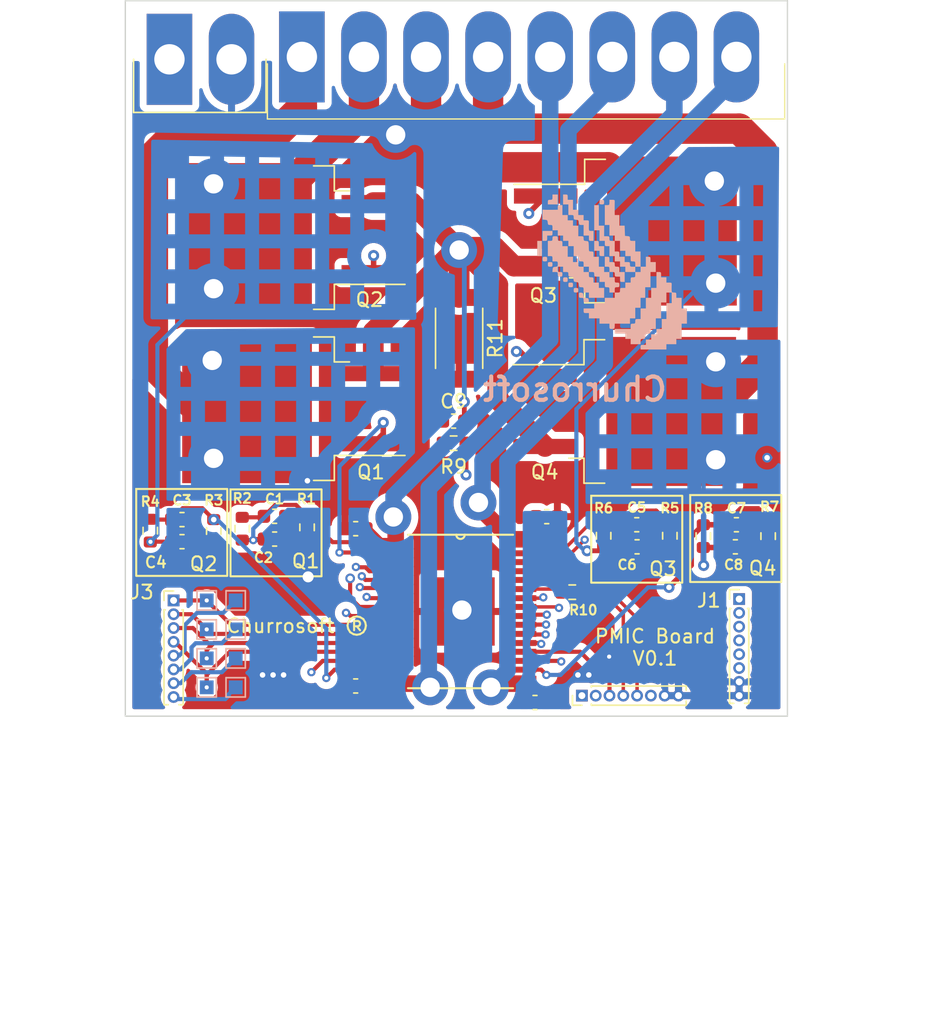
<source format=kicad_pcb>
(kicad_pcb (version 20211014) (generator pcbnew)
  (layers (0 "F.Cu" signal) (1 "In1.Cu" signal) (2 "In2.Cu" signal) (31 "B.Cu" signal) (34 "B.Paste" user) (35 "F.Paste" user) (36 "B.SilkS" user "B.Silkscreen") (37 "F.SilkS" user "F.Silkscreen") (38 "B.Mask" user) (39 "F.Mask" user) (44 "Edge.Cuts" user))
  (net 0 "")
  (net 1 "M1")
  (net 2 "/FB0")
  (net 3 "GND")
  (net 4 "M2")
  (net 5 "/FB1")
  (net 6 "L1")
  (net 7 "/FB2")
  (net 8 "L2")
  (net 9 "/FB3")
  (net 10 "Net-(C9-Pad2)")
  (net 11 "L3")
  (net 12 "L4")
  (net 13 "M3")
  (net 14 "M4")
  (net 15 "/GD0")
  (net 16 "/GD1")
  (net 17 "/GD2")
  (net 18 "/GD3")
  (net 19 "/RSP")
  (net 20 "/RSN")
  (net 21 "/INY1")
  (net 22 "/INY2")
  (net 23 "/INY3")
  (net 24 "/INY4")
  (net 25 "/ECN1")
  (net 26 "/ECN2")
  (net 27 "/ECN3")
  (net 28 "/ECN4")
  (net 29 "/PMIC_CS")
  (net 30 "/SPI_SCK")
  (net 31 "/SPI_MOSI")
  (net 32 "+3V3")
  (net 33 "/PMIC_ENABLE")
  (net 34 "/PMIC_SPARK")
  (net 35 "+12V")
  (net 36 "/PMIC_NOMI")
  (net 37 "/PMIC_MAXI")
  (net 38 "/SPI_MISO")
  (footprint "Capacitor_SMD:C_0603_1608Metric" (layer "F.Cu") (at 108.825 82.35)
    (fp_text reference "C2")
    (fp_text value "10nF")
  )
  (footprint "Resistor_SMD:R_0603_1608Metric" (layer "F.Cu") (at 144.6 82.1375 90)
    (fp_text reference "R7")
    (fp_text value "4.02k")
  )
  (footprint "Resistor_SMD:R_0603_1608Metric" (layer "F.Cu") (at 99.81 81.74 -90)
    (fp_text reference "R4")
    (fp_text value "36K")
  )
  (footprint "Capacitor_SMD:C_0603_1608Metric" (layer "F.Cu") (at 135.075 81.3125 180)
    (fp_text reference "C5")
    (fp_text value "10pF")
  )
  (footprint "Capacitor_SMD:C_0603_1608Metric" (layer "F.Cu") (at 142.225 82.9125)
    (fp_text reference "C8")
    (fp_text value "10nF")
  )
  (footprint "OpenEFI-STM32F_rev3:SOP65P1030X245-33N" (layer "F.Cu") (at 122.3 87.6)
    (fp_text reference "U1" hide)
    (fp_text value "MCZ33810EK")
  )
  (footprint "Connector_PinHeader_1.00mm:PinHeader_1x08_P1.00mm_Vertical" (layer "F.Cu") (at 142.5 86.7)
    (fp_text reference "J1")
    (fp_text value "Conn_01x08_Male")
  )
  (footprint "Package_TO_SOT_SMD:TO-263-2" (layer "F.Cu") (at 134.2 73.1)
    (fp_text reference "Q4")
    (fp_text value "ISL9V5045S3ST")
  )
  (footprint "Resistor_SMD:R_0603_1608Metric" (layer "F.Cu") (at 106.475 81.6 -90)
    (fp_text reference "R2")
    (fp_text value "36K")
  )
  (footprint "Capacitor_SMD:C_0603_1608Metric" (layer "F.Cu") (at 108.825 80.7 180)
    (fp_text reference "C1")
    (fp_text value "10pF")
  )
  (footprint "Connector_PinHeader_1.00mm:PinHeader_1x08_P1.00mm_Vertical" (layer "F.Cu") (at 101.5 86.8)
    (fp_text reference "J3")
    (fp_text value "Conn_01x08_Male")
  )
  (footprint "Package_TO_SOT_SMD:TO-263-2" (layer "F.Cu") (at 110.2 72.9 180)
    (fp_text reference "Q1")
    (fp_text value "ISL9V5045S3ST")
  )
  (footprint "Capacitor_SMD:C_0603_1608Metric" (layer "F.Cu") (at 114.7 81.6)
    (fp_text reference "C13" hide)
    (fp_text value "10nF")
  )
  (footprint "Capacitor_SMD:C_0603_1608Metric" (layer "F.Cu") (at 142.3 81.3125 180)
    (fp_text reference "C7")
    (fp_text value "10pF")
  )
  (footprint "TerminalBlock_Dinkle:TerminalBlock_Dinkle_DT-55-B01X-02_P10.00mm" (layer "F.Cu") (at 103.7 48.5)
    (fp_text reference "J5" hide)
    (fp_text value "Screw_Terminal_01x02" hide)
  )
  (footprint "Resistor_SMD:R_0603_1608Metric" (layer "F.Cu") (at 111.175 81.5 90)
    (fp_text reference "R1")
    (fp_text value "4.02k")
  )
  (footprint "Capacitor_SMD:C_0603_1608Metric" (layer "F.Cu") (at 127.7 94.2 180)
    (fp_text reference "C10" hide)
    (fp_text value "10nF")
  )
  (footprint "Connector_PinHeader_1.00mm:PinHeader_1x08_P1.00mm_Vertical" (layer "F.Cu") (at 131.1 93.7 90)
    (fp_text reference "J2" hide)
    (fp_text value "Conn_01x08_Male")
  )
  (footprint "Capacitor_SMD:C_0603_1608Metric" (layer "F.Cu") (at 102.11 82.54)
    (fp_text reference "C4")
    (fp_text value "10nF")
  )
  (footprint "TerminalBlock_Dinkle:TerminalBlock_Dinkle_DT-55-B01X-08_P10.00mm" (layer "F.Cu") (at 111.3 47.4)
    (fp_text reference "J4" hide)
    (fp_text value "OUTPUT")
  )
  (footprint "Package_TO_SOT_SMD:TO-263-2" (layer "F.Cu") (at 110.2 60.5 180)
    (fp_text reference "Q2")
    (fp_text value "ISL9V5045S3ST")
  )
  (footprint "Capacitor_SMD:C_0603_1608Metric" (layer "F.Cu") (at 121.8 73.8)
    (fp_text reference "C9")
    (fp_text value "10pF")
  )
  (footprint "Resistor_SMD:R_2512_6332Metric" (layer "F.Cu") (at 122.2 67.8 -90)
    (fp_text reference "R11")
    (fp_text value "0.02R")
  )
  (footprint "Resistor_SMD:R_0603_1608Metric" (layer "F.Cu") (at 130.4 86.2 180)
    (fp_text reference "R10")
    (fp_text value "100R")
  )
  (footprint "Resistor_SMD:R_0603_1608Metric" (layer "F.Cu") (at 121.8 75.4)
    (fp_text reference "R9")
    (fp_text value "100R")
  )
  (footprint "Capacitor_SMD:C_0603_1608Metric" (layer "F.Cu") (at 114.7 93)
    (fp_text reference "C12" hide)
    (fp_text value "10nF")
  )
  (footprint "Resistor_SMD:R_0603_1608Metric" (layer "F.Cu") (at 139.9 82.1375 -90)
    (fp_text reference "R8")
    (fp_text value "36K")
  )
  (footprint "Capacitor_SMD:C_0603_1608Metric" (layer "F.Cu") (at 135.1 82.9125)
    (fp_text reference "C6")
    (fp_text value "10nF")
  )
  (footprint "Package_TO_SOT_SMD:TO-263-2" (layer "F.Cu") (at 134.25 60.025)
    (fp_text reference "Q3")
    (fp_text value "ISL9V5045S3ST")
  )
  (footprint "Capacitor_SMD:C_0603_1608Metric" (layer "F.Cu") (at 102.11 80.94 180)
    (fp_text reference "C3")
    (fp_text value "10pF")
  )
  (footprint "Resistor_SMD:R_0603_1608Metric" (layer "F.Cu") (at 137.475 82.1125 90)
    (fp_text reference "R5")
    (fp_text value "4.02k")
  )
  (footprint "Resistor_SMD:R_0603_1608Metric" (layer "F.Cu") (at 132.675 82.1125 -90)
    (fp_text reference "R6")
    (fp_text value "36K")
  )
  (footprint "Capacitor_SMD:C_0603_1608Metric" (layer "F.Cu") (at 128.55 80.725 180)
    (fp_text reference "C11" hide)
    (fp_text value "10nF")
  )
  (footprint "Resistor_SMD:R_0603_1608Metric" (layer "F.Cu") (at 104.41 81.765 90)
    (fp_text reference "R3")
    (fp_text value "4.02k")
  )
  (footprint "TestPoint:TestPoint_Pad_1.0x1.0mm" (layer "B.Cu") (at 106 88.9 90)
    (fp_text reference "TP6" hide)
    (fp_text value "TestPoint")
  )
  (footprint "TestPoint:TestPoint_Pad_1.0x1.0mm" (layer "B.Cu") (at 103.9 91 90)
    (fp_text reference "TP3" hide)
    (fp_text value "TestPoint")
  )
  (footprint "OpenEFI-STM32F_rev3:churro_new_v4" (layer "B.Cu") (at 133.096 62.992 180)
    (fp_text reference "Churrosoft")
    (fp_text value "SYM_Hot_Large" hide)
  )
  (footprint "TestPoint:TestPoint_Pad_1.0x1.0mm" (layer "B.Cu") (at 106 86.8 90)
    (fp_text reference "TP5" hide)
    (fp_text value "TestPoint")
  )
  (footprint "TestPoint:TestPoint_Pad_1.0x1.0mm" (layer "B.Cu") (at 103.9 93.1 90)
    (fp_text reference "TP4" hide)
    (fp_text value "TestPoint")
  )
  (footprint "TestPoint:TestPoint_Pad_1.0x1.0mm" (layer "B.Cu") (at 106 91 90)
    (fp_text reference "TP7" hide)
    (fp_text value "TestPoint")
  )
  (footprint "TestPoint:TestPoint_Pad_1.0x1.0mm" (layer "B.Cu") (at 103.9 88.9 90)
    (fp_text reference "TP2" hide)
    (fp_text value "TestPoint")
  )
  (footprint "TestPoint:TestPoint_Pad_1.0x1.0mm" (layer "B.Cu") (at 103.9 86.8 90)
    (fp_text reference "TP1" hide)
    (fp_text value "TestPoint")
  )
  (footprint "TestPoint:TestPoint_Pad_1.0x1.0mm" (layer "B.Cu") (at 106 93.1 90)
    (fp_text reference "TP8" hide)
    (fp_text value "TestPoint")
  )
  (gr_rect (start 131.775 79.2125) (end 138.375 85.5125) (layer "F.SilkS") (width 0.15) (fill none))
  (gr_rect (start 105.625 78.75) (end 112.225 85.05) (layer "F.SilkS") (width 0.15) (fill none))
  (gr_rect (start 138.95 79.1625) (end 145.55 85.4625) (layer "F.SilkS") (width 0.15) (fill none))
  (gr_rect (start 98.79 78.72) (end 105.39 85.02) (layer "F.SilkS") (width 0.15) (fill none))
  (gr_rect (start 98 43.325) (end 146 95.19) (layer "Edge.Cuts") (width 0.1) (fill none))
  (gr_text "PMIC Board\nV0.1" (at 136.4 90.2) (layer "F.SilkS") (effects (font (size 1 1))))
  (gr_text "Q4" (at 144.2 84.4625) (layer "F.SilkS") (effects (font (size 1 1))))
  (gr_text "Churrosoft ®" (at 110.49 88.646) (layer "F.SilkS") (effects (font (size 1 1))))
  (gr_text "Q1" (at 111.075 83.95) (layer "F.SilkS") (effects (font (size 1 1))))
  (gr_text "Q2" (at 103.675 84.15) (layer "F.SilkS") (effects (font (size 1 1))))
  (gr_text "Q3" (at 136.975 84.5125) (layer "F.SilkS") (effects (font (size 1 1))))
  (segment (start 100 69.7) (end 100 54.625) (width 2.2) (layer "F.Cu") (net 1))
  (segment (start 110.8 51.1) (end 110.8 48.6) (width 2.2) (layer "F.Cu") (net 1))
  (segment (start 107.275 82.425) (end 107.35 82.35) (width 0.3) (layer "F.Cu") (net 1))
  (segment (start 100 54.625) (end 101.725 52.9) (width 2.2) (layer "F.Cu") (net 1))
  (segment (start 106.825 72.9) (end 103.2 72.9) (width 2.2) (layer "F.Cu") (net 1))
  (segment (start 109 52.9) (end 110.8 51.1) (width 2.2) (layer "F.Cu") (net 1))
  (segment (start 106.475 82.425) (end 107.975 82.425) (width 0.3) (layer "F.Cu") (net 1))
  (segment (start 109.6 80.7) (end 109.6 80.8) (width 0.3) (layer "F.Cu") (net 1))
  (segment (start 103.2 72.9) (end 100 69.7) (width 2.2) (layer "F.Cu") (net 1))
  (segment (start 109.6 80.8) (end 108.05 82.35) (width 0.3) (layer "F.Cu") (net 1))
  (segment (start 101.725 52.9) (end 109 52.9) (width 2.2) (layer "F.Cu") (net 1))
  (segment (start 107.35 82.35) (end 108.05 82.35) (width 0.3) (layer "F.Cu") (net 1))
  (segment (start 107.975 82.425) (end 108.05 82.35) (width 0.3) (layer "F.Cu") (net 1))
  (via (at 104.3 69.4) (size 2.6) (drill 1.4) (layers "F.Cu" "B.Cu") (net 1))
  (via (at 111.2 78.125) (size 0.8) (drill 0.4) (layers "F.Cu" "B.Cu") (net 1))
  (via (at 104.4 76.5) (size 2.6) (drill 1.4) (layers "F.Cu" "B.Cu") (net 1))
  (via (at 107.275 82.425) (size 0.6) (drill 0.3) (layers "F.Cu" "B.Cu") (net 1))
  (segment (start 107.275 81.6) (end 110.75 78.125) (width 0.3) (layer "B.Cu") (net 1))
  (segment (start 110.75 78.125) (end 111.2 78.125) (width 0.3) (layer "B.Cu") (net 1))
  (segment (start 107.275 82.425) (end 107.275 81.6) (width 0.3) (layer "B.Cu") (net 1))
  (segment (start 117.601 83.3836) (end 116.26865 83.3836) (width 0.3) (layer "F.Cu") (net 2))
  (segment (start 111.55 81.05) (end 111.175 80.675) (width 0.3) (layer "F.Cu") (net 2))
  (segment (start 113.025 82.575) (end 111.55 81.1) (width 0.3) (layer "F.Cu") (net 2))
  (segment (start 111.55 81.1) (end 111.55 81.05) (width 0.3) (layer "F.Cu") (net 2))
  (segment (start 106.475 80.775) (end 107.975 80.775) (width 0.3) (layer "F.Cu") (net 2))
  (segment (start 115.46005 82.575) (end 113.025 82.575) (width 0.3) (layer "F.Cu") (net 2))
  (segment (start 111.175 80.675) (end 110.375 79.875) (width 0.3) (layer "F.Cu") (net 2))
  (segment (start 107.975 80.775) (end 108.05 80.7) (width 0.3) (layer "F.Cu") (net 2))
  (segment (start 116.26865 83.3836) (end 115.46005 82.575) (width 0.3) (layer "F.Cu") (net 2))
  (segment (start 108.05 80.7) (end 108.875 79.875) (width 0.3) (layer "F.Cu") (net 2))
  (segment (start 108.875 79.875) (end 110.375 79.875) (width 0.3) (layer "F.Cu") (net 2))
  (segment (start 111.175 82.325) (end 111.175 85.013) (width 0.5) (layer "F.Cu") (net 3))
  (segment (start 135.875 82.9125) (end 137.45 82.9125) (width 0.35) (layer "F.Cu") (net 3))
  (segment (start 133.075 90.875) (end 131.225 89.025) (width 0.3) (layer "F.Cu") (net 3))
  (segment (start 104.36 82.54) (end 104.41 82.59) (width 0.3) (layer "F.Cu") (net 3))
  (segment (start 137.45 82.9125) (end 137.475 82.9375) (width 0.35) (layer "F.Cu") (net 3))
  (segment (start 131.225 89.025) (end 131.225 86.2) (width 0.3) (layer "F.Cu") (net 3))
  (segment (start 102.885 82.54) (end 104.36 82.54) (width 0.3) (layer "F.Cu") (net 3))
  (segment (start 111.175 85.013) (end 111.252 85.09) (width 0.5) (layer "F.Cu") (net 3))
  (via (at 131.6 92.2) (size 0.7) (drill 0.4) (layers "F.Cu" "B.Cu") (net 3))
  (via (at 133.075 90.875) (size 0.6) (drill 0.3) (layers "F.Cu" "B.Cu") (net 3))
  (via (at 111.252 85.09) (size 1.6) (drill 0.8) (layers "F.Cu" "B.Cu") (net 3))
  (via (at 122.4 87.5) (size 2.6) (drill 1.4) (layers "F.Cu" "B.Cu") (net 3))
  (via (at 130.81 92.202) (size 0.7) (drill 0.4) (layers "F.Cu" "B.Cu") (net 3))
  (via (at 117.6 53.05) (size 2.6) (drill 1.4) (layers "F.Cu" "B.Cu") (net 3))
  (via (at 108.712 92.202) (size 0.7) (drill 0.4) (layers "F.Cu" "B.Cu") (net 3))
  (via (at 107.95 92.202) (size 0.7) (drill 0.4) (layers "F.Cu" "B.Cu") (net 3))
  (via (at 144.526 76.454) (size 0.7) (drill 0.4) (layers "F.Cu" "B.Cu") (net 3))
  (via (at 109.474 92.202) (size 0.7) (drill 0.4) (layers "F.Cu" "B.Cu") (net 3))
  (segment (start 106.825 60.5) (end 106.825 59.8) (width 2.2) (layer "F.Cu") (net 4))
  (segment (start 101.335 82.54) (end 101.335 82.49) (width 0.3) (layer "F.Cu") (net 4))
  (segment (start 106.825 59.8) (end 115.3 51.325) (width 2.2) (layer "F.Cu") (net 4))
  (segment (start 99.835 82.54) (end 99.81 82.565) (width 0.3) (layer "F.Cu") (net 4))
  (segment (start 115.3 51.325) (end 115.3 48.6) (width 2.2) (layer "F.Cu") (net 4))
  (segment (start 101.335 82.49) (end 102.885 80.94) (width 0.3) (layer "F.Cu") (net 4))
  (segment (start 99.825 82.55) (end 99.835 82.54) (width 0.3) (layer "F.Cu") (net 4))
  (segment (start 101.335 82.54) (end 99.835 82.54) (width 0.3) (layer "F.Cu") (net 4))
  (via (at 104.4 64.2) (size 2.6) (drill 1.4) (layers "F.Cu" "B.Cu") (net 4))
  (via (at 99.825 82.55) (size 0.6) (drill 0.3) (layers "F.Cu" "B.Cu") (net 4))
  (via (at 104.4 56.6) (size 2.6) (drill 1.4) (layers "F.Cu" "B.Cu") (net 4))
  (segment (start 100.325 82.05) (end 100.325 68.275) (width 0.3) (layer "B.Cu") (net 4))
  (segment (start 99.825 82.55) (end 100.325 82.05) (width 0.3) (layer "B.Cu") (net 4))
  (segment (start 100.325 68.275) (end 104.4 64.2) (width 0.3) (layer "B.Cu") (net 4))
  (segment (start 113.1736 91.8164) (end 112.57 92.42) (width 0.3) (layer "F.Cu") (net 5))
  (segment (start 104.41 80.94) (end 103.585 80.115) (width 0.3) (layer "F.Cu") (net 5))
  (segment (start 103.585 80.115) (end 102.16 80.115) (width 0.3) (layer "F.Cu") (net 5))
  (segment (start 117.601 91.8164) (end 113.1736 91.8164) (width 0.3) (layer "F.Cu") (net 5))
  (segment (start 101.335 80.94) (end 99.835 80.94) (width 0.3) (layer "F.Cu") (net 5))
  (segment (start 102.16 80.115) (end 101.335 80.94) (width 0.3) (layer "F.Cu") (net 5))
  (segment (start 99.835 80.94) (end 99.81 80.915) (width 0.3) (layer "F.Cu") (net 5))
  (via (at 112.57 92.42) (size 0.6) (drill 0.3) (layers "F.Cu" "B.Cu") (net 5))
  (via (at 104.41 80.94) (size 0.8) (drill 0.4) (layers "F.Cu" "B.Cu") (net 5))
  (segment (start 104.675 80.95) (end 112.57 88.845) (width 0.3) (layer "B.Cu") (net 5))
  (segment (start 112.57 88.845) (end 112.57 92.42) (width 0.3) (layer "B.Cu") (net 5))
  (segment (start 134.3 82.9375) (end 134.325 82.9125) (width 0.35) (layer "F.Cu") (net 6))
  (segment (start 133 55.4) (end 123.9 55.4) (width 2.2) (layer "F.Cu") (net 6))
  (segment (start 134.325 82.9125) (end 134.325 82.8625) (width 0.35) (layer "F.Cu") (net 6))
  (segment (start 132.411928 83.200572) (end 132.675 82.9375) (width 0.35) (layer "F.Cu") (net 6))
  (segment (start 131.475125 83.200572) (end 132.411928 83.200572) (width 0.35) (layer "F.Cu") (net 6))
  (segment (start 132.675 82.9375) (end 134.3 82.9375) (width 0.35) (layer "F.Cu") (net 6))
  (segment (start 135.85 81.3375) (end 135.85 81.3125) (width 0.35) (layer "F.Cu") (net 6))
  (segment (start 119.8 51.3) (end 119.8 48.6) (width 2.2) (layer "F.Cu") (net 6))
  (segment (start 123.9 55.4) (end 119.8 51.3) (width 2.2) (layer "F.Cu") (net 6))
  (segment (start 134.325 82.8625) (end 135.85 81.3375) (width 0.35) (layer "F.Cu") (net 6))
  (segment (start 137.625 60.025) (end 133 55.4) (width 2.2) (layer "F.Cu") (net 6))
  (via (at 140.8 63.8) (size 2.6) (drill 1.4) (layers "F.Cu" "B.Cu") (net 6))
  (via (at 140.7 56.4) (size 2.6) (drill 1.4) (layers "F.Cu" "B.Cu") (net 6))
  (via (at 131.475125 83.200572) (size 0.8) (drill 0.4) (layers "F.Cu" "B.Cu") (net 6))
  (segment (start 130.7 82.606102) (end 130.7 72.933788) (width 0.3) (layer "B.Cu") (net 6))
  (segment (start 131.475125 83.200572) (end 131.29447 83.200572) (width 0.3) (layer "B.Cu") (net 6))
  (segment (start 131.29447 83.200572) (end 130.7 82.606102) (width 0.3) (layer "B.Cu") (net 6))
  (segment (start 139.833788 63.8) (end 140.8 63.8) (width 0.3) (layer "B.Cu") (net 6))
  (segment (start 130.7 72.933788) (end 139.833788 63.8) (width 0.3) (layer "B.Cu") (net 6))
  (segment (start 135.3 80.3125) (end 134.3 81.3125) (width 0.35) (layer "F.Cu") (net 7))
  (segment (start 131.6125 81.2875) (end 132.675 81.2875) (width 0.25) (layer "F.Cu") (net 7))
  (segment (start 132.7 81.3125) (end 132.675 81.2875) (width 0.35) (layer "F.Cu") (net 7))
  (segment (start 129.5164 83.3836) (end 131.6125 81.2875) (width 0.25) (layer "F.Cu") (net 7))
  (segment (start 136.475 80.3125) (end 135.3 80.3125) (width 0.35) (layer "F.Cu") (net 7))
  (segment (start 134.3 81.3125) (end 132.7 81.3125) (width 0.35) (layer "F.Cu") (net 7))
  (segment (start 126.999 83.3836) (end 129.5164 83.3836) (width 0.25) (layer "F.Cu") (net 7))
  (segment (start 137.45 81.2875) (end 136.475 80.3125) (width 0.35) (layer "F.Cu") (net 7))
  (segment (start 137.475 81.2875) (end 137.45 81.2875) (width 0.35) (layer "F.Cu") (net 7))
  (segment (start 137.575 73.1) (end 140.7 73.1) (width 2.2) (layer "F.Cu") (net 8))
  (segment (start 141.475 82.9125) (end 143.075 81.3125) (width 0.4) (layer "F.Cu") (net 8))
  (segment (start 144.2 69.6) (end 144.2 54.3) (width 2.2) (layer "F.Cu") (net 8))
  (segment (start 144.2 54.3) (end 142.5 52.6) (width 2.2) (layer "F.Cu") (net 8))
  (segment (start 125.6 52.6) (end 124.3 51.3) (width 2.2) (layer "F.Cu") (net 8))
  (segment (start 141.4 82.9625) (end 141.45 82.9125) (width 0.4) (layer "F.Cu") (net 8))
  (segment (start 141.45 82.9125) (end 141.475 82.9125) (width 0.4) (layer "F.Cu") (net 8))
  (segment (start 139.9 82.9625) (end 139.9 84.2375) (width 0.4) (layer "F.Cu") (net 8))
  (segment (start 142.5 52.6) (end 125.6 52.6) (width 2.2) (layer "F.Cu") (net 8))
  (segment (start 124.3 51.3) (end 124.3 48.6) (width 2.2) (layer "F.Cu") (net 8))
  (segment (start 139.9 82.9625) (end 141.4 82.9625) (width 0.4) (layer "F.Cu") (net 8))
  (segment (start 140.7 73.1) (end 144.2 69.6) (width 2.2) (layer "F.Cu") (net 8))
  (segment (start 139.9 84.2375) (end 139.925 84.2625) (width 0.4) (layer "F.Cu") (net 8))
  (via (at 140.8 69.5) (size 2.6) (drill 1.4) (layers "F.Cu" "B.Cu") (net 8))
  (via (at 140.8 76.6) (size 2.6) (drill 1.4) (layers "F.Cu" "B.Cu") (net 8))
  (via (at 139.925 84.2625) (size 0.8) (drill 0.4) (layers "F.Cu" "B.Cu") (net 8))
  (segment (start 139.925 84.2625) (end 139.925 80.6625) (width 0.4) (layer "B.Cu") (net 8))
  (segment (start 139.925 80.6625) (end 139.925 77.475) (width 0.3) (layer "B.Cu") (net 8))
  (segment (start 139.925 77.475) (end 140.8 76.6) (width 0.3) (layer "B.Cu") (net 8))
  (segment (start 128.1414 91.8164) (end 128.525 92.2) (width 0.3) (layer "F.Cu") (net 9))
  (segment (start 144.6 80.8875) (end 143.875 80.1625) (width 0.4) (layer "F.Cu") (net 9))
  (segment (start 126.999 91.8164) (end 128.1414 91.8164) (width 0.3) (layer "F.Cu") (net 9))
  (segment (start 139.025 84.241) (end 139.025 82.1875) (width 0.4) (layer "F.Cu") (net 9))
  (segment (start 141.525 81.3125) (end 139.9 81.3125) (width 0.4) (layer "F.Cu") (net 9))
  (segment (start 137.414 85.852) (end 139.025 84.241) (width 0.4) (layer "F.Cu") (net 9))
  (segment (start 141.525 81.2625) (end 141.525 81.3125) (width 0.4) (layer "F.Cu") (net 9))
  (segment (start 142.625 80.1625) (end 141.525 81.2625) (width 0.4) (layer "F.Cu") (net 9))
  (segment (start 143.875 80.1625) (end 142.625 80.1625) (width 0.4) (layer "F.Cu") (net 9))
  (segment (start 144.6 81.3125) (end 144.6 80.8875) (width 0.4) (layer "F.Cu") (net 9))
  (segment (start 139.025 82.1875) (end 139.9 81.3125) (width 0.4) (layer "F.Cu") (net 9))
  (via (at 137.414 85.852) (size 0.8) (drill 0.4) (layers "F.Cu" "B.Cu") (net 9))
  (via (at 128.525 92.2) (size 0.6) (drill 0.3) (layers "F.Cu" "B.Cu") (net 9))
  (segment (start 137.414 85.852) (end 135.898 85.852) (width 0.3) (layer "B.Cu") (net 9))
  (segment (start 135.898 85.852) (end 129.55 92.2) (width 0.3) (layer "B.Cu") (net 9))
  (segment (start 129.55 92.2) (end 128.525 92.2) (width 0.3) (layer "B.Cu") (net 9))
  (segment (start 122.2 61.4) (end 122.2 64.8375) (width 1.5) (layer "F.Cu") (net 10))
  (segment (start 121.9 61.4) (end 122.2 61.4) (width 1.5) (layer "F.Cu") (net 10))
  (segment (start 126.165 62.565) (end 124.8 61.2) (width 1.5) (layer "F.Cu") (net 10))
  (segment (start 125 63.9) (end 122.5 61.4) (width 1.5) (layer "F.Cu") (net 10))
  (segment (start 115.975 57.96) (end 118.76 57.96) (width 1.5) (layer "F.Cu") (net 10))
  (segment (start 122.575 72.4) (end 122.575 73.8) (width 0.35) (layer "F.Cu") (net 10))
  (segment (start 115.975 70.36) (end 115.975 67.325) (width 1.5) (layer "F.Cu") (net 10))
  (segment (start 122.5 61.4) (end 122.2 61.4) (width 1.5) (layer "F.Cu") (net 10))
  (segment (start 122.4 61.2) (end 122.2 61.4) (width 1.5) (layer "F.Cu") (net 10))
  (segment (start 118.76 57.96) (end 122.2 61.4) (width 1.5) (layer "F.Cu") (net 10))
  (segment (start 115.975 67.325) (end 121.9 61.4) (width 1.5) (layer "F.Cu") (net 10))
  (segment (start 120.975 75.4) (end 122.575 73.8) (width 0.35) (layer "F.Cu") (net 10))
  (segment (start 128.425 75.64) (end 125 72.215) (width 1.5) (layer "F.Cu") (net 10))
  (segment (start 124.8 61.2) (end 122.4 61.2) (width 1.5) (layer "F.Cu") (net 10))
  (segment (start 125 72.215) (end 125 63.9) (width 1.5) (layer "F.Cu") (net 10))
  (segment (start 128.475 62.565) (end 126.165 62.565) (width 1.5) (layer "F.Cu") (net 10))
  (via (at 122.2 61.4) (size 2.6) (drill 1.4) (layers "F.Cu" "B.Cu") (net 10))
  (via (at 122.575 72.4) (size 0.8) (drill 0.4) (layers "F.Cu" "B.Cu") (net 10))
  (segment (start 122.575 72.4) (end 122.575 61.775) (width 0.35) (layer "B.Cu") (net 10))
  (segment (start 122.575 61.775) (end 122.2 61.4) (width 0.35) (layer "B.Cu") (net 10))
  (segment (start 124.5 93.1) (end 124.7677 92.8323) (width 1.2) (layer "F.Cu") (net 11))
  (segment (start 126.999 94.126) (end 126.999 92.5823) (width 0.7) (layer "F.Cu") (net 11))
  (segment (start 124.7677 92.8323) (end 126.999 92.8323) (width 1.2) (layer "F.Cu") (net 11))
  (segment (start 126.925 94.2) (end 126.999 94.126) (width 0.7) (layer "F.Cu") (net 11))
  (via (at 124.5 93.1) (size 2.6) (drill 1.4) (layers "F.Cu" "B.Cu") (net 11))
  (segment (start 142.3 48.82) (end 142.3 48.875) (width 1.2) (layer "B.Cu") (net 11))
  (segment (start 142.3 47.4) (end 142.3 48.82) (width 1.6) (layer "B.Cu") (net 11))
  (segment (start 132.76 58.415) (end 132.76 69.643422) (width 1.2) (layer "B.Cu") (net 11))
  (segment (start 125.7 76.703422) (end 125.7 91.9) (width 1.2) (layer "B.Cu") (net 11))
  (segment (start 142.3 48.875) (end 132.76 58.415) (width 1.2) (layer "B.Cu") (net 11))
  (segment (start 125.7 91.9) (end 124.5 93.1) (width 1.2) (layer "B.Cu") (net 11))
  (segment (start 132.76 69.643422) (end 125.7 76.703422) (width 1.2) (layer "B.Cu") (net 11))
  (segment (start 142.3 47.4) (end 142.3 49.2) (width 1.6) (layer "B.Cu") (net 11))
  (segment (start 127.775 81.5917) (end 126.999 82.3677) (width 0.7) (layer "F.Cu") (net 12))
  (segment (start 123.6005 80) (end 125.9682 82.3677) (width 1.2) (layer "F.Cu") (net 12))
  (segment (start 127.775 80.725) (end 127.775 81.5917) (width 0.7) (layer "F.Cu") (net 12))
  (segment (start 123.6005 79.7005) (end 123.6005 80) (width 1.2) (layer "F.Cu") (net 12))
  (segment (start 125.9682 82.3677) (end 126.999 82.3677) (width 1.2) (layer "F.Cu") (net 12))
  (via (at 123.6005 79.7005) (size 2.6) (drill 1.4) (layers "F.Cu" "B.Cu") (net 12))
  (segment (start 123.6005 79.7005) (end 123.9 79.401) (width 1.2) (layer "B.Cu") (net 12))
  (segment (start 123.9 79.401) (end 123.9 76.63666) (width 1.2) (layer "B.Cu") (net 12))
  (segment (start 131.44 57.868238) (end 137.8 51.508238) (width 1.2) (layer "B.Cu") (net 12))
  (segment (start 131.44 69.09666) (end 131.44 57.868238) (width 1.2) (layer "B.Cu") (net 12))
  (segment (start 137.8 51.508238) (end 137.8 48.2) (width 1.2) (layer "B.Cu") (net 12))
  (segment (start 123.9 76.63666) (end 131.44 69.09666) (width 1.2) (layer "B.Cu") (net 12))
  (segment (start 115.475 93) (end 115.8927 92.5823) (width 0.7) (layer "F.Cu") (net 13))
  (segment (start 120.1 93.1) (end 119.8323 92.8323) (width 1.2) (layer "F.Cu") (net 13))
  (segment (start 115.8927 92.5823) (end 117.601 92.5823) (width 0.7) (layer "F.Cu") (net 13))
  (segment (start 119.8323 92.8323) (end 117.601 92.8323) (width 1.2) (layer "F.Cu") (net 13))
  (via (at 120.1 93.1) (size 2.6) (drill 1.4) (layers "F.Cu" "B.Cu") (net 13))
  (segment (start 120 93) (end 120 78.669898) (width 1.2) (layer "B.Cu") (net 13))
  (segment (start 120 78.669898) (end 130.12 68.549898) (width 1.2) (layer "B.Cu") (net 13))
  (segment (start 130.12 68.549898) (end 130.12 52.705) (width 1.2) (layer "B.Cu") (net 13))
  (segment (start 130.12 52.705) (end 133.3 49.525) (width 1.2) (layer "B.Cu") (net 13))
  (segment (start 133.3 49.525) (end 133.3 47.4) (width 1.2) (layer "B.Cu") (net 13))
  (segment (start 120.1 93.1) (end 120 93) (width 1.2) (layer "B.Cu") (net 13))
  (segment (start 115.475 81.6) (end 116.4927 82.6177) (width 0.7) (layer "F.Cu") (net 14))
  (segment (start 116.4927 82.6177) (end 117.601 82.6177) (width 0.7) (layer "F.Cu") (net 14))
  (segment (start 117.430912 80.749293) (end 117.601 80.919381) (width 1.2) (layer "F.Cu") (net 14))
  (segment (start 117.601 80.919381) (end 117.601 82.3677) (width 1.2) (layer "F.Cu") (net 14))
  (via (at 117.430912 80.749293) (size 2.6) (drill 1.4) (layers "F.Cu" "B.Cu") (net 14))
  (segment (start 128.8 47.4) (end 128.8 67.89) (width 1.2) (layer "B.Cu") (net 14))
  (segment (start 117.45 80.730205) (end 117.430912 80.749293) (width 1.2) (layer "B.Cu") (net 14))
  (segment (start 117.45 79.24) (end 117.45 80.730205) (width 1.2) (layer "B.Cu") (net 14))
  (segment (start 128.8 67.89) (end 117.45 79.24) (width 1.2) (layer "B.Cu") (net 14))
  (segment (start 117.601 84.0186) (end 115.7936 84.0186) (width 0.3) (layer "F.Cu") (net 15))
  (segment (start 115.1 83.325) (end 115.7936 84.0186) (width 0.3) (layer "F.Cu") (net 15))
  (segment (start 115.1 83.325) (end 113.525 83.325) (width 0.3) (layer "F.Cu") (net 15))
  (segment (start 116.7 73.9) (end 116.7 74.715) (width 0.4) (layer "F.Cu") (net 15))
  (segment (start 116.7 74.715) (end 115.975 75.44) (width 0.4) (layer "F.Cu") (net 15))
  (via (at 116.7 73.9) (size 0.8) (drill 0.4) (layers "F.Cu" "B.Cu") (net 15))
  (via (at 113.525 83.325) (size 0.6) (drill 0.3) (layers "F.Cu" "B.Cu") (net 15))
  (segment (start 113.525 83.325) (end 113.525 77.075) (width 0.3) (layer "B.Cu") (net 15))
  (segment (start 113.525 77.075) (end 116.7 73.9) (width 0.3) (layer "B.Cu") (net 15))
  (segment (start 117.601 91.1814) (end 112.3081 91.1814) (width 0.3) (layer "F.Cu") (net 16))
  (segment (start 116 63.015) (end 115.975 63.04) (width 0.4) (layer "F.Cu") (net 16))
  (segment (start 112.3081 91.1814) (end 111.49 91.9995) (width 0.3) (layer "F.Cu") (net 16))
  (segment (start 116 61.8) (end 116 63.015) (width 0.4) (layer "F.Cu") (net 16))
  (via (at 116 61.8) (size 0.8) (drill 0.4) (layers "F.Cu" "B.Cu") (net 16))
  (via (at 111.49 91.9995) (size 0.6) (drill 0.3) (layers "F.Cu" "B.Cu") (net 16))
  (segment (start 127.25 58.75) (end 127.25 58.71) (width 0.4) (layer "F.Cu") (net 17))
  (segment (start 127.25 58.71) (end 128.475 57.485) (width 0.4) (layer "F.Cu") (net 17))
  (segment (start 129.6814 84.0186) (end 126.999 84.0186) (width 0.25) (layer "F.Cu") (net 17))
  (segment (start 131.3 82.4) (end 129.6814 84.0186) (width 0.25) (layer "F.Cu") (net 17))
  (via (at 131.3 82.4) (size 0.6) (drill 0.3) (layers "F.Cu" "B.Cu") (net 17))
  (via (at 127.25 58.75) (size 0.8) (drill 0.4) (layers "F.Cu" "B.Cu") (net 17))
  (segment (start 129.6 91.225) (end 129.5564 91.1814) (width 0.3) (layer "F.Cu") (net 18))
  (segment (start 126.353393 68.753393) (end 126.618393 68.753393) (width 0.4) (layer "F.Cu") (net 18))
  (segment (start 129.5564 91.1814) (end 126.999 91.1814) (width 0.3) (layer "F.Cu") (net 18))
  (segment (start 126.618393 68.753393) (end 128.425 70.56) (width 0.4) (layer "F.Cu") (net 18))
  (via (at 126.353393 68.753393) (size 0.8) (drill 0.4) (layers "F.Cu" "B.Cu") (net 18))
  (via (at 129.6 91.225) (size 0.6) (drill 0.3) (layers "F.Cu" "B.Cu") (net 18))
  (segment (start 122.7005 77.7) (end 122.7005 75.4755) (width 0.35) (layer "F.Cu") (net 19))
  (segment (start 128.3 86.575) (end 128.2402 86.6348) (width 0.25) (layer "F.Cu") (net 19))
  (segment (start 128.2402 86.6348) (end 126.999 86.6348) (width 0.25) (layer "F.Cu") (net 19))
  (segment (start 122.7005 75.4755) (end 122.625 75.4) (width 0.35) (layer "F.Cu") (net 19))
  (via (at 122.7005 77.7) (size 0.8) (drill 0.4) (layers "F.Cu" "B.Cu") (net 19))
  (via (at 128.3 86.575) (size 0.6) (drill 0.3) (layers "F.Cu" "B.Cu") (net 19))
  (segment (start 129.3494 85.9744) (end 129.575 86.2) (width 0.25) (layer "F.Cu") (net 20))
  (segment (start 126.999 85.9744) (end 129.3494 85.9744) (width 0.25) (layer "F.Cu") (net 20))
  (segment (start 103.9 86.8) (end 101.5 86.8) (width 0.3) (layer "F.Cu") (net 21))
  (segment (start 117.601 88.5652) (end 105.6652 88.5652) (width 0.3) (layer "F.Cu") (net 21))
  (segment (start 105.6652 88.5652) (end 103.9 86.8) (width 0.3) (layer "F.Cu") (net 21))
  (via (at 103.9 86.8) (size 0.6) (drill 0.3) (layers "F.Cu" "B.Cu") (net 21))
  (segment (start 117.601 89.2256) (end 104.2256 89.2256) (width 0.3) (layer "F.Cu") (net 22))
  (segment (start 101.5 87.8) (end 102.8 87.8) (width 0.3) (layer "F.Cu") (net 22))
  (segment (start 102.8 87.8) (end 103.9 88.9) (width 0.3) (layer "F.Cu") (net 22))
  (segment (start 104.2256 89.2256) (end 103.9 88.9) (width 0.3) (layer "F.Cu") (net 22))
  (via (at 103.9 88.9) (size 0.6) (drill 0.3) (layers "F.Cu" "B.Cu") (net 22))
  (segment (start 103.630761 89.55) (end 103.25 89.169239) (width 0.3) (layer "F.Cu") (net 23))
  (segment (start 103.25 89.169239) (end 103.25 89.15) (width 0.3) (layer "F.Cu") (net 23))
  (segment (start 103.25 89.15) (end 102.9 88.8) (width 0.3) (layer "F.Cu") (net 23))
  (segment (start 103.65 89.55) (end 103.630761 89.55) (width 0.3) (layer "F.Cu") (net 23))
  (segment (start 104.2 90.1) (end 103.65 89.55) (width 0.3) (layer "F.Cu") (net 23))
  (segment (start 104.414 89.886) (end 103.9 90.4) (width 0.3) (layer "F.Cu") (net 23))
  (segment (start 103.9 90.4) (end 104.2 90.1) (width 0.3) (layer "F.Cu") (net 23))
  (segment (start 102.9 88.8) (end 101.5 88.8) (width 0.3) (layer "F.Cu") (net 23))
  (segment (start 117.601 89.886) (end 104.414 89.886) (width 0.3) (layer "F.Cu") (net 23))
  (segment (start 103.9 90.4) (end 103.9 91) (width 0.3) (layer "F.Cu") (net 23))
  (via (at 103.9 91) (size 0.6) (drill 0.3) (layers "F.Cu" "B.Cu") (net 23))
  (segment (start 103.9 92.2) (end 103.9 93.1) (width 0.3) (layer "F.Cu") (net 24))
  (segment (start 103.9 92.103984) (end 101.596016 89.8) (width 0.3) (layer "F.Cu") (net 24))
  (segment (start 101.596016 89.8) (end 101.5 89.8) (width 0.3) (layer "F.Cu") (net 24))
  (segment (start 117.601 90.521) (end 105.579 90.521) (width 0.3) (layer "F.Cu") (net 24))
  (segment (start 105.579 90.521) (end 103.9 92.2) (width 0.3) (layer "F.Cu") (net 24))
  (segment (start 103.9 93.1) (end 103.9 92.103984) (width 0.3) (layer "F.Cu") (net 24))
  (via (at 103.9 93.1) (size 0.6) (drill 0.3) (layers "F.Cu" "B.Cu") (net 24))
  (segment (start 128.55319 87.831966) (end 127.097234 87.831966) (width 0.3) (layer "F.Cu") (net 25))
  (segment (start 127.097234 87.831966) (end 126.999 87.9302) (width 0.3) (layer "F.Cu") (net 25))
  (via (at 128.55319 87.831966) (size 0.6) (drill 0.3) (layers "F.Cu" "B.Cu") (net 25))
  (segment (start 102.3 90.4) (end 101.9 90.8) (width 0.3) (layer "B.Cu") (net 25))
  (segment (start 105.1 87.7) (end 103.2 87.7) (width 0.3) (layer "B.Cu") (net 25))
  (segment (start 103.2 87.7) (end 102.3 88.6) (width 0.3) (layer "B.Cu") (net 25))
  (segment (start 101.9 90.8) (end 101.5 90.8) (width 0.3) (layer "B.Cu") (net 25))
  (segment (start 102.3 88.6) (end 102.3 90.4) (width 0.3) (layer "B.Cu") (net 25))
  (segment (start 106 86.8) (end 105.1 87.7) (width 0.3) (layer "B.Cu") (net 25))
  (segment (start 128.5 88.5495) (end 127.0147 88.5495) (width 0.3) (layer "F.Cu") (net 26))
  (segment (start 127.0147 88.5495) (end 126.999 88.5652) (width 0.3) (layer "F.Cu") (net 26))
  (via (at 128.5 88.5495) (size 0.6) (drill 0.3) (layers "F.Cu" "B.Cu") (net 26))
  (segment (start 103.1 89.9) (end 102.8 90.2) (width 0.3) (layer "B.Cu") (net 26))
  (segment (start 102.8 91) (end 102 91.8) (width 0.3) (layer "B.Cu") (net 26))
  (segment (start 105 89.9) (end 103.1 89.9) (width 0.3) (layer "B.Cu") (net 26))
  (segment (start 106 88.9) (end 105 89.9) (width 0.3) (layer "B.Cu") (net 26))
  (segment (start 102.8 90.2) (end 102.8 91) (width 0.3) (layer "B.Cu") (net 26))
  (segment (start 102 91.8) (end 101.5 91.8) (width 0.3) (layer "B.Cu") (net 26))
  (segment (start 127.041779 89.268379) (end 126.999 89.2256) (width 0.3) (layer "F.Cu") (net 27))
  (segment (start 128.470072 89.268379) (end 127.041779 89.268379) (width 0.3) (layer "F.Cu") (net 27))
  (via (at 128.470072 89.268379) (size 0.6) (drill 0.3) (layers "F.Cu" "B.Cu") (net 27))
  (segment (start 102 92.8) (end 101.5 92.8) (width 0.3) (layer "B.Cu") (net 27))
  (segment (start 106 91) (end 105 92) (width 0.3) (layer "B.Cu") (net 27))
  (segment (start 102.8 92) (end 102 92.8) (width 0.3) (layer "B.Cu") (net 27))
  (segment (start 105 92) (end 102.8 92) (width 0.3) (layer "B.Cu") (net 27))
  (segment (start 128.15 89.9515) (end 128.0845 89.886) (width 0.3) (layer "F.Cu") (net 28))
  (segment (start 128.0845 89.886) (end 126.999 89.886) (width 0.3) (layer "F.Cu") (net 28))
  (via (at 128.15 89.9515) (size 0.6) (drill 0.3) (layers "F.Cu" "B.Cu") (net 28))
  (segment (start 101.65 93.95) (end 101.5 93.8) (width 0.3) (layer "B.Cu") (net 28))
  (segment (start 106 93.1) (end 105.5 93.6) (width 0.3) (layer "B.Cu") (net 28))
  (segment (start 105.5 93.7) (end 105.25 93.95) (width 0.3) (layer "B.Cu") (net 28))
  (segment (start 105.5 93.6) (end 105.5 93.7) (width 0.3) (layer "B.Cu") (net 28))
  (segment (start 105.25 93.95) (end 101.65 93.95) (width 0.3) (layer "B.Cu") (net 28))
  (segment (start 114.71568 84.374567) (end 114.850271 84.374567) (width 0.3) (layer "F.Cu") (net 29))
  (segment (start 114.850271 84.374567) (end 114.875128 84.399424) (width 0.3) (layer "F.Cu") (net 29))
  (segment (start 114.875128 84.399424) (end 115.413606 84.399424) (width 0.3) (layer "F.Cu") (net 29))
  (segment (start 115.413606 84.399424) (end 115.693182 84.679) (width 0.3) (layer "F.Cu") (net 29))
  (segment (start 115.693182 84.679) (end 117.601 84.679) (width 0.3) (layer "F.Cu") (net 29))
  (via (at 114.71568 84.374567) (size 0.6) (drill 0.3) (layers "F.Cu" "B.Cu") (net 29))
  (segment (start 115.408943 85.314) (end 117.601 85.314) (width 0.3) (layer "F.Cu") (net 30))
  (segment (start 115.144367 85.049424) (end 115.408943 85.314) (width 0.3) (layer "F.Cu") (net 30))
  (via (at 115.144367 85.049424) (size 0.6) (drill 0.3) (layers "F.Cu" "B.Cu") (net 30))
  (segment (start 115.000385 85.835854) (end 115.064531 85.9) (width 0.3) (layer "F.Cu") (net 31))
  (segment (start 115.064531 85.9) (end 117.5266 85.9) (width 0.3) (layer "F.Cu") (net 31))
  (segment (start 117.5266 85.9) (end 117.601 85.9744) (width 0.3) (layer "F.Cu") (net 31))
  (segment (start 115.000385 85.835854) (end 115.099198 85.934667) (width 0.3) (layer "F.Cu") (net 31))
  (via (at 115.000385 85.835854) (size 0.6) (drill 0.3) (layers "F.Cu" "B.Cu") (net 31))
  (segment (start 114.3 85.2) (end 114.3 86.6) (width 0.3) (layer "F.Cu") (net 32))
  (segment (start 114.9698 87.2698) (end 117.601 87.2698) (width 0.3) (layer "F.Cu") (net 32))
  (segment (start 114.3 86.6) (end 114.9698 87.2698) (width 0.3) (layer "F.Cu") (net 32))
  (via (at 114.3 85.2) (size 0.7) (drill 0.4) (layers "F.Cu" "B.Cu") (net 32))
  (segment (start 114.1 87.7) (end 114 87.7) (width 0.25) (layer "F.Cu") (net 33))
  (segment (start 114.3302 87.9302) (end 114.1 87.7) (width 0.3) (layer "F.Cu") (net 33))
  (segment (start 117.601 87.9302) (end 114.3302 87.9302) (width 0.3) (layer "F.Cu") (net 33))
  (via (at 114 87.7) (size 0.6) (drill 0.3) (layers "F.Cu" "B.Cu") (net 33))
  (segment (start 126.999 90.521) (end 130.971 90.521) (width 0.3) (layer "F.Cu") (net 34))
  (segment (start 133.1 92.65) (end 133.1 93.7) (width 0.3) (layer "F.Cu") (net 34))
  (segment (start 130.971 90.521) (end 133.1 92.65) (width 0.3) (layer "F.Cu") (net 34))
  (segment (start 129.4375 87.3375) (end 129.3698 87.2698) (width 0.25) (layer "F.Cu") (net 35))
  (segment (start 129.3698 87.2698) (end 126.999 87.2698) (width 0.25) (layer "F.Cu") (net 35))
  (via (at 129.4375 87.3375) (size 0.6) (drill 0.3) (layers "F.Cu" "B.Cu") (net 35))
  (segment (start 134.1 87.736396) (end 131.677604 85.314) (width 0.25) (layer "F.Cu") (net 36))
  (segment (start 131.677604 85.314) (end 126.999 85.314) (width 0.25) (layer "F.Cu") (net 36))
  (segment (start 134.1 93.7) (end 134.1 87.736396) (width 0.25) (layer "F.Cu") (net 36))
  (segment (start 135.1 88.1) (end 135.1 93.7) (width 0.25) (layer "F.Cu") (net 37))
  (segment (start 126.999 84.679) (end 127.02 84.7) (width 0.25) (layer "F.Cu") (net 37))
  (segment (start 127.02 84.7) (end 131.7 84.7) (width 0.25) (layer "F.Cu") (net 37))
  (segment (start 131.7 84.7) (end 135.1 88.1) (width 0.25) (layer "F.Cu") (net 37))
  (segment (start 115.493161 86.5495) (end 115.578461 86.6348) (width 0.3) (layer "F.Cu") (net 38))
  (segment (start 115.578461 86.6348) (end 117.601 86.6348) (width 0.3) (layer "F.Cu") (net 38))
  (via (at 115.493161 86.5495) (size 0.6) (drill 0.3) (layers "F.Cu" "B.Cu") (net 38))
  (zone (net 3) (net_name "GND") (layers "F.Cu" "In1.Cu" "B.Cu") (connect_pads (clearance 0.508)) (min_thickness 0.254) (fill yes (thermal_gap 0.508) (thermal_bridge_width 0.508))
    (polygon (pts (xy 145.8 47.6) (xy 145.95 95.2) (xy 98.125 95.175) (xy 98.2 47.7)))
  )
  (zone (net 8) (net_name "L2") (layer "B.Cu") (priority 2) (connect_pads (clearance 0.508)) (min_thickness 0.254) (fill yes (mode hatch) (thermal_gap 0.508) (thermal_bridge_width 0.508) (hatch_thickness 1.016) (hatch_gap 1.524) (hatch_orientation 0) (hatch_border_algorithm hatch_thickness) (hatch_min_hole_area 0.3))
    (polygon (pts (xy 145.525 79.825) (xy 126.1 79.8) (xy 125.8 67.9) (xy 145.599793 67.9)))
  )
  (zone (net 1) (net_name "M1") (layer "B.Cu") (priority 2) (connect_pads (clearance 0.508)) (min_thickness 0.254) (fill yes (mode hatch) (thermal_gap 0.508) (thermal_bridge_width 0.508) (hatch_thickness 1.016) (hatch_gap 1.524) (hatch_orientation 0) (hatch_border_algorithm hatch_thickness) (hatch_min_hole_area 0.3))
    (polygon (pts (xy 118.999793 79.559092) (xy 100.75 79.575) (xy 100.625 67.15) (xy 119 67)))
  )
  (zone (net 4) (net_name "M2") (layer "B.Cu") (priority 2) (connect_pads (clearance 0.508)) (min_thickness 0.254) (fill yes (mode hatch) (thermal_gap 0.508) (thermal_bridge_width 0.508) (hatch_thickness 1.016) (hatch_gap 1.524) (hatch_orientation 0) (hatch_border_algorithm hatch_thickness) (hatch_min_hole_area 0.3))
    (polygon (pts (xy 119.099793 66.459092) (xy 99.825 66.425) (xy 99.875 53.4) (xy 119.1 53.7)))
  )
  (zone (net 6) (net_name "L1") (layer "B.Cu") (priority 2) (connect_pads (clearance 0.508)) (min_thickness 0.254) (fill yes (mode hatch) (thermal_gap 0.508) (thermal_bridge_width 0.508) (hatch_thickness 1.016) (hatch_gap 1.524) (hatch_orientation 0) (hatch_border_algorithm hatch_thickness) (hatch_min_hole_area 0.3))
    (polygon (pts (xy 145.3 67) (xy 125.5 67.1) (xy 125.9 54) (xy 145.4 53.9)))
  )
)
</source>
